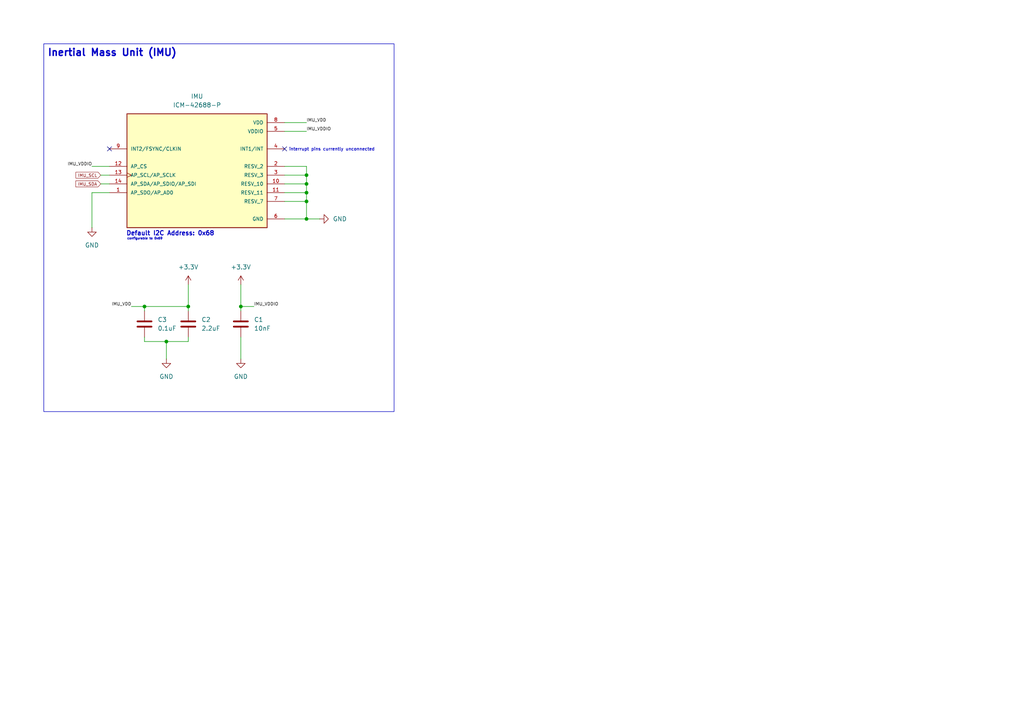
<source format=kicad_sch>
(kicad_sch (version 20250114) (generator "eeschema") (generator_version "9.0")
  (paper "A4")
  (lib_symbols
    (symbol "Device:C" (pin_numbers (hide yes)) (pin_names (offset 0.254))
      (property "Reference" "C" (at 0.635 2.54 0))
      (property "Value" "C" (at 0.635 -2.54 0))
      (symbol "C_0_1"
        (polyline (pts (xy -2.032 0.762) (xy 2.032 0.762)) (stroke (width 0.508)))
        (polyline (pts (xy -2.032 -0.762) (xy 2.032 -0.762)) (stroke (width 0.508)))
      )
      (symbol "C_1_1"
        (pin passive line (at 0 3.81 270) (length 2.794) (name "~") (number "1"))
        (pin passive line (at 0 -3.81 90) (length 2.794) (name "~") (number "2"))
      )
    )
    (symbol "ICM-42688-P:ICM-42688-P" (pin_names (offset 1.016))
      (property "Reference" "U" (at -20.32 16.002 0))
      (property "Value" "ICM-42688-P" (at -20.32 -20.32 0))
      (symbol "ICM-42688-P_0_0"
        (rectangle (start -20.32 -17.78) (end 20.32 15.24) (stroke (width 0.254)) (fill (type background)))
        (pin bidirectional line (at -25.4 5.08 0) (length 5.08) (name "INT2/FSYNC/CLKIN") (number "9"))
        (pin input line (at -25.4 0 0) (length 5.08) (name "AP_CS") (number "12"))
        (pin input clock (at -25.4 -2.54 0) (length 5.08) (name "AP_SCL/AP_SCLK") (number "13"))
        (pin bidirectional line (at -25.4 -5.08 0) (length 5.08) (name "AP_SDA/AP_SDIO/AP_SDI") (number "14"))
        (pin bidirectional line (at -25.4 -7.62 0) (length 5.08) (name "AP_SDO/AP_AD0") (number "1"))
        (pin power_in line (at 25.4 12.7 180) (length 5.08) (name "VDD") (number "8"))
        (pin power_in line (at 25.4 10.16 180) (length 5.08) (name "VDDIO") (number "5"))
        (pin output line (at 25.4 5.08 180) (length 5.08) (name "INT1/INT") (number "4"))
        (pin passive line (at 25.4 0 180) (length 5.08) (name "RESV_2") (number "2"))
        (pin passive line (at 25.4 -2.54 180) (length 5.08) (name "RESV_3") (number "3"))
        (pin passive line (at 25.4 -5.08 180) (length 5.08) (name "RESV_10") (number "10"))
        (pin passive line (at 25.4 -7.62 180) (length 5.08) (name "RESV_11") (number "11"))
        (pin passive line (at 25.4 -10.16 180) (length 5.08) (name "RESV_7") (number "7"))
        (pin power_in line (at 25.4 -15.24 180) (length 5.08) (name "GND") (number "6"))
      )
    )
    (symbol "power:+3.3V" (power) (pin_numbers (hide yes)) (pin_names (offset 0) (hide yes))
      (property "Value" "+3.3V" (at 0 3.556 0))
      (symbol "+3.3V_0_1"
        (polyline (pts (xy -0.762 1.27) (xy 0 2.54)))
        (polyline (pts (xy 0 2.54) (xy 0.762 1.27)))
        (polyline (pts (xy 0 0) (xy 0 2.54)))
      )
      (symbol "+3.3V_1_1"
        (pin power_in line (at 0 0 90) (length 0) (name "~") (number "1"))
      )
    )
    (symbol "power:GND" (power) (pin_numbers (hide yes)) (pin_names (offset 0) (hide yes))
      (property "Value" "GND" (at 0 -3.81 0))
      (symbol "GND_0_1"
        (polyline (pts (xy 0 0) (xy 0 -1.27) (xy 1.27 -1.27) (xy 0 -2.54) (xy -1.27 -1.27) (xy 0 -1.27)))
      )
      (symbol "GND_1_1"
        (pin power_in line (at 0 0 270) (length 0) (name "~") (number "1"))
      )
    )
  )
  (rectangle (start 12.7 12.7) (end 114.3 119.38))
  (text "Inertial Mass Unit (IMU)" (at 13.716 14.224 0) (effects (font (size 2.032 2.032) (thickness 0.4064) (bold yes)) (justify left top)))
  (text "interrupt pins currently unconnected" (at 96.266 43.434 0) (effects (font (size 0.889 0.889))))
  (text "configurable to 0x69" (at 36.83 69.342 0) (effects (font (size 0.635 0.635)) (justify left)))
  (text "Default I2C Address: 0x68" (at 36.576 67.818 0) (effects (font (size 1.27 1.27) (thickness 0.254) (bold yes)) (justify left)))
  (junction (at 69.85 88.9))
  (junction (at 88.9 58.42))
  (junction (at 88.9 63.5))
  (junction (at 41.91 88.9))
  (junction (at 88.9 53.34))
  (junction (at 88.9 50.8))
  (junction (at 54.61 88.9))
  (junction (at 88.9 55.88))
  (junction (at 48.26 99.06))
  (no_connect (at 31.75 43.18))
  (no_connect (at 82.55 43.18))
  (wire (pts (xy 88.9 63.5) (xy 88.9 58.42)))
  (wire (pts (xy 82.55 55.88) (xy 88.9 55.88)))
  (wire (pts (xy 88.9 48.26) (xy 88.9 50.8)))
  (wire (pts (xy 41.91 88.9) (xy 54.61 88.9)))
  (wire (pts (xy 69.85 88.9) (xy 73.66 88.9)))
  (wire (pts (xy 26.67 55.88) (xy 26.67 66.04)))
  (wire (pts (xy 26.67 48.26) (xy 31.75 48.26)))
  (wire (pts (xy 41.91 90.17) (xy 41.91 88.9)))
  (wire (pts (xy 88.9 55.88) (xy 88.9 58.42)))
  (wire (pts (xy 48.26 99.06) (xy 48.26 104.14)))
  (wire (pts (xy 41.91 97.79) (xy 41.91 99.06)))
  (wire (pts (xy 82.55 53.34) (xy 88.9 53.34)))
  (wire (pts (xy 69.85 88.9) (xy 69.85 90.17)))
  (wire (pts (xy 82.55 50.8) (xy 88.9 50.8)))
  (wire (pts (xy 69.85 97.79) (xy 69.85 104.14)))
  (wire (pts (xy 29.21 53.34) (xy 31.75 53.34)))
  (wire (pts (xy 54.61 97.79) (xy 54.61 99.06)))
  (wire (pts (xy 82.55 35.56) (xy 88.9 35.56)))
  (wire (pts (xy 82.55 63.5) (xy 88.9 63.5)))
  (wire (pts (xy 54.61 90.17) (xy 54.61 88.9)))
  (wire (pts (xy 29.21 50.8) (xy 31.75 50.8)))
  (wire (pts (xy 88.9 63.5) (xy 92.71 63.5)))
  (wire (pts (xy 82.55 48.26) (xy 88.9 48.26)))
  (wire (pts (xy 82.55 38.1) (xy 88.9 38.1)))
  (wire (pts (xy 82.55 58.42) (xy 88.9 58.42)))
  (wire (pts (xy 88.9 50.8) (xy 88.9 53.34)))
  (wire (pts (xy 54.61 82.55) (xy 54.61 88.9)))
  (wire (pts (xy 41.91 99.06) (xy 48.26 99.06)))
  (wire (pts (xy 88.9 53.34) (xy 88.9 55.88)))
  (wire (pts (xy 69.85 82.55) (xy 69.85 88.9)))
  (wire (pts (xy 31.75 55.88) (xy 26.67 55.88)))
  (wire (pts (xy 54.61 99.06) (xy 48.26 99.06)))
  (wire (pts (xy 38.1 88.9) (xy 41.91 88.9)))
  (label "IMU_VDD" (at 38.1 88.9 180) (effects (font (size 0.889 0.889) (thickness 0.1111))))
  (label "IMU_VDDIO" (at 26.67 48.26 180) (effects (font (size 0.889 0.889) (thickness 0.1111))))
  (label "IMU_VDDIO" (at 88.9 38.1 0) (effects (font (size 0.889 0.889) (thickness 0.1111))))
  (label "IMU_VDDIO" (at 73.66 88.9 0) (effects (font (size 0.889 0.889) (thickness 0.1111))))
  (label "IMU_VDD" (at 88.9 35.56 0) (effects (font (size 0.889 0.889) (thickness 0.1111))))
  (global_label "IMU_SDA" (shape input) (at 29.21 53.34 180) (effects (font (size 0.889 0.889) (thickness 0.1111))) (property "Intersheetrefs" "${INTERSHEET_REFS}" (effects (hide yes))))
  (global_label "IMU_SCL" (shape input) (at 29.21 50.8 180) (effects (font (size 0.889 0.889) (thickness 0.1111))) (property "Intersheetrefs" "${INTERSHEET_REFS}" (effects (hide yes))))
  (symbol (lib_id "Device:C") (at 54.61 93.98 0) (unit 1)
    (property "Reference" "C2" (at 58.42 92.7099 0) (effects (justify left)))
    (property "Value" "2.2uF" (at 58.42 95.2499 0) (effects (justify left)))
    (property "Description" "Unpolarized capacitor" (effects (hide yes)))
  )
  (symbol (lib_id "power:+3.3V") (at 69.85 82.55 0) (unit 1)
    (property "Reference" "#PWR07" (effects (hide yes)))
    (property "Value" "+3.3V" (at 69.85 77.47 0))
    (property "Description" "Power symbol creates a global label with name \"+3.3V\"" (effects (hide yes)))
  )
  (symbol (lib_id "power:+3.3V") (at 54.61 82.55 0) (unit 1)
    (property "Reference" "#PWR09" (effects (hide yes)))
    (property "Value" "+3.3V" (at 54.61 77.47 0))
    (property "Description" "Power symbol creates a global label with name \"+3.3V\"" (effects (hide yes)))
  )
  (symbol (lib_id "power:GND") (at 48.26 104.14 0) (unit 1)
    (property "Reference" "#PWR010" (effects (hide yes)))
    (property "Value" "GND" (at 48.26 109.22 0))
    (property "Description" "Power symbol creates a global label with name \"GND\" , ground" (effects (hide yes)))
  )
  (symbol (lib_id "Device:C") (at 41.91 93.98 0) (unit 1)
    (property "Reference" "C3" (at 45.72 92.7099 0) (effects (justify left)))
    (property "Value" "0.1uF" (at 45.72 95.2499 0) (effects (justify left)))
    (property "Description" "Unpolarized capacitor" (effects (hide yes)))
  )
  (symbol (lib_id "power:GND") (at 69.85 104.14 0) (unit 1)
    (property "Reference" "#PWR08" (effects (hide yes)))
    (property "Value" "GND" (at 69.85 109.22 0))
    (property "Description" "Power symbol creates a global label with name \"GND\" , ground" (effects (hide yes)))
  )
  (symbol (lib_id "Device:C") (at 69.85 93.98 0) (unit 1)
    (property "Reference" "C1" (at 73.66 92.7099 0) (effects (justify left)))
    (property "Value" "10nF" (at 73.66 95.2499 0) (effects (justify left)))
    (property "Description" "Unpolarized capacitor" (effects (hide yes)))
  )
  (symbol (lib_id "power:GND") (at 26.67 66.04 0) (unit 1)
    (property "Reference" "#PWR06" (effects (hide yes)))
    (property "Value" "GND" (at 26.67 71.12 0))
    (property "Description" "Power symbol creates a global label with name \"GND\" , ground" (effects (hide yes)))
  )
  (symbol (lib_id "ICM-42688-P:ICM-42688-P") (at 57.15 48.26 0) (unit 1)
    (property "Reference" "IMU" (at 57.15 27.94 0))
    (property "Value" "ICM-42688-P" (at 57.15 30.48 0))
    (property "Footprint" "ICM-42688-P:PQFN50P300X250X97-14N" (effects (hide yes)))
    (property "PARTREV" "1.2" (effects (hide yes)))
    (property "STANDARD" "IPC-7351B" (effects (hide yes)))
    (property "MAXIMUM_PACKAGE_HEIGHT" "0.97mm" (effects (hide yes)))
    (property "MANUFACTURER" "TDK InvenSense" (effects (hide yes)))
  )
  (symbol (lib_id "power:GND") (at 92.71 63.5 90) (unit 1)
    (property "Reference" "#PWR05" (effects (hide yes)))
    (property "Value" "GND" (at 96.52 63.4999 90) (effects (justify right)))
    (property "Description" "Power symbol creates a global label with name \"GND\" , ground" (effects (hide yes)))
  )
)
</source>
